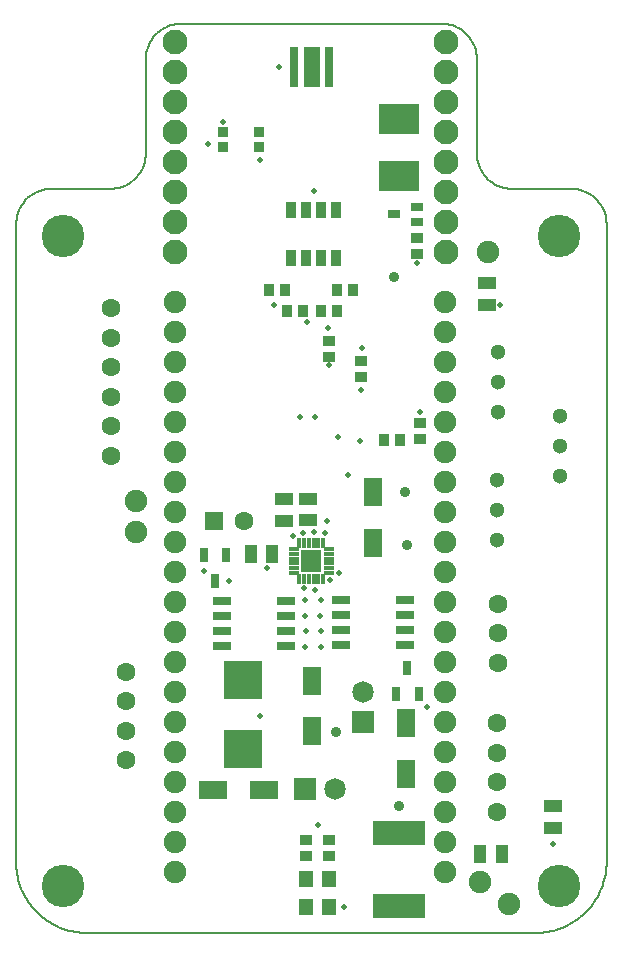
<source format=gts>
G04*
G04 #@! TF.GenerationSoftware,Altium Limited,Altium Designer,21.9.2 (33)*
G04*
G04 Layer_Color=8388736*
%FSLAX44Y44*%
%MOMM*%
G71*
G04*
G04 #@! TF.SameCoordinates,AD09EAA5-2441-452A-AD90-05C7A032265F*
G04*
G04*
G04 #@! TF.FilePolarity,Negative*
G04*
G01*
G75*
%ADD18C,0.2032*%
%ADD39R,1.5000X1.1000*%
%ADD40R,0.8500X0.3000*%
%ADD41R,0.3000X0.8500*%
%ADD42R,1.6900X1.8500*%
%ADD43R,1.1000X1.5000*%
%ADD44R,0.9000X0.9000*%
%ADD45R,0.9000X1.0500*%
%ADD46R,1.0500X0.9000*%
%ADD47R,3.5000X2.5000*%
%ADD48R,1.0000X0.8000*%
%ADD49R,0.8000X3.4000*%
%ADD50R,1.4000X3.4000*%
%ADD51R,0.8600X1.3700*%
%ADD52R,0.7000X1.1500*%
%ADD53R,4.4000X2.1000*%
%ADD54R,2.4500X1.6500*%
%ADD55R,1.2000X1.3500*%
%ADD56R,1.6500X2.4500*%
%ADD57R,1.6250X0.7500*%
%ADD58R,3.2000X3.2000*%
%ADD59C,1.6000*%
%ADD60C,1.9000*%
%ADD61C,2.1000*%
%ADD62C,3.6000*%
%ADD63C,1.3000*%
%ADD64R,1.6000X1.6000*%
%ADD65R,1.8250X1.8250*%
%ADD66C,1.8250*%
%ADD67R,1.8250X1.8250*%
%ADD68C,0.5000*%
%ADD69C,0.9000*%
D18*
X390089Y660060D02*
X390191Y657577D01*
X390499Y655111D01*
X391009Y652679D01*
X391718Y650297D01*
X392621Y647982D01*
X393713Y645749D01*
X394985Y643614D01*
X396429Y641592D01*
X398035Y639695D01*
X399793Y637938D01*
X401689Y636332D01*
X403712Y634888D01*
X405846Y633616D01*
X408079Y632524D01*
X410394Y631621D01*
X412776Y630912D01*
X415209Y630402D01*
X417675Y630094D01*
X420158Y629991D01*
X390089Y739965D02*
X389986Y742447D01*
X389679Y744912D01*
X389169Y747344D01*
X388460Y749725D01*
X387557Y752039D01*
X386466Y754271D01*
X385194Y756405D01*
X383751Y758427D01*
X382145Y760323D01*
X380388Y762080D01*
X378493Y763685D01*
X376471Y765129D01*
X374337Y766401D01*
X372105Y767492D01*
X369790Y768395D01*
X367409Y769104D01*
X364978Y769613D01*
X362513Y769921D01*
X360030Y770023D01*
X439985Y-0D02*
X442533Y54D01*
X445075Y216D01*
X447609Y486D01*
X450129Y863D01*
X452630Y1347D01*
X455109Y1936D01*
X457560Y2630D01*
X459980Y3428D01*
X462364Y4328D01*
X464707Y5328D01*
X467006Y6426D01*
X469256Y7621D01*
X471454Y8911D01*
X473594Y10292D01*
X475674Y11763D01*
X477690Y13322D01*
X479638Y14964D01*
X481515Y16688D01*
X483316Y18489D01*
X485040Y20366D01*
X486682Y22313D01*
X488240Y24329D01*
X489711Y26409D01*
X491093Y28550D01*
X492382Y30747D01*
X493577Y32998D01*
X494676Y35296D01*
X495676Y37640D01*
X496575Y40024D01*
X497373Y42443D01*
X498067Y44895D01*
X498657Y47373D01*
X499141Y49875D01*
X499518Y52395D01*
X499788Y54928D01*
X499950Y57471D01*
X500004Y60018D01*
X500004Y599990D02*
X499901Y602468D01*
X499594Y604928D01*
X499086Y607355D01*
X498378Y609732D01*
X497477Y612042D01*
X496387Y614270D01*
X495118Y616400D01*
X493677Y618418D01*
X492075Y620310D01*
X490321Y622063D01*
X488429Y623666D01*
X486411Y625107D01*
X484280Y626376D01*
X482052Y627465D01*
X479742Y628366D01*
X477366Y629074D01*
X474939Y629583D01*
X472478Y629889D01*
X470000Y629991D01*
X140077Y770023D02*
X137592Y769921D01*
X135125Y769613D01*
X132691Y769103D01*
X130307Y768393D01*
X127991Y767489D01*
X125756Y766397D01*
X123620Y765124D01*
X121596Y763679D01*
X119698Y762072D01*
X117940Y760313D01*
X116333Y758415D01*
X114888Y756391D01*
X113615Y754255D01*
X112522Y752021D01*
X111618Y749704D01*
X110909Y747321D01*
X110398Y744887D01*
X110091Y742419D01*
X109988Y739934D01*
X79970Y629991D02*
X82449Y630094D01*
X84911Y630401D01*
X87339Y630910D01*
X89717Y631618D01*
X92028Y632520D01*
X94257Y633610D01*
X96389Y634879D01*
X98408Y636321D01*
X100301Y637924D01*
X102055Y639679D01*
X103659Y641572D01*
X105100Y643591D01*
X106370Y645723D01*
X107460Y647951D01*
X108362Y650263D01*
X109070Y652640D01*
X109579Y655069D01*
X109886Y657531D01*
X109988Y660009D01*
X0Y59992D02*
X54Y57446D01*
X216Y54904D01*
X486Y52372D01*
X863Y49853D01*
X1347Y47353D01*
X1936Y44875D01*
X2630Y42425D01*
X3427Y40006D01*
X4326Y37624D01*
X5326Y35281D01*
X6424Y32983D01*
X7618Y30734D01*
X8907Y28538D01*
X10288Y26398D01*
X11759Y24319D01*
X13316Y22304D01*
X14958Y20357D01*
X16681Y18481D01*
X18481Y16680D01*
X20357Y14957D01*
X22304Y13316D01*
X24319Y11758D01*
X26398Y10288D01*
X28538Y8907D01*
X30735Y7618D01*
X32984Y6423D01*
X35282Y5325D01*
X37624Y4326D01*
X40007Y3427D01*
X42425Y2629D01*
X44876Y1936D01*
X47353Y1346D01*
X49854Y863D01*
X52372Y486D01*
X54905Y216D01*
X57446Y54D01*
X59992Y-0D01*
X30084Y629991D02*
X27599Y629889D01*
X25132Y629581D01*
X22699Y629071D01*
X20316Y628361D01*
X17999Y627458D01*
X15766Y626366D01*
X13630Y625093D01*
X11606Y623648D01*
X9709Y622041D01*
X7951Y620283D01*
X6344Y618386D01*
X4899Y616362D01*
X3626Y614226D01*
X2534Y611992D01*
X1630Y609676D01*
X921Y607293D01*
X410Y604859D01*
X103Y602392D01*
X0Y599908D01*
X390089Y660061D02*
Y739965D01*
X140077Y770023D02*
X360030D01*
X500004Y60019D02*
Y599988D01*
X420158Y629991D02*
X470000D01*
X109988Y660009D02*
Y739934D01*
X30084Y629991D02*
X79970D01*
X59993Y-0D02*
X439985D01*
X0Y59992D02*
Y599908D01*
D39*
X454444Y107552D02*
D03*
Y89052D02*
D03*
X398713Y531441D02*
D03*
Y549941D02*
D03*
X227254Y367606D02*
D03*
Y349106D02*
D03*
X247253Y367759D02*
D03*
Y349259D02*
D03*
D40*
X235000Y325000D02*
D03*
Y321000D02*
D03*
Y317000D02*
D03*
Y313000D02*
D03*
Y309000D02*
D03*
Y305000D02*
D03*
X265000D02*
D03*
Y309000D02*
D03*
Y313000D02*
D03*
Y317000D02*
D03*
Y321000D02*
D03*
Y325000D02*
D03*
D41*
X240000Y300000D02*
D03*
X244000D02*
D03*
X248000D02*
D03*
X252000D02*
D03*
X256000D02*
D03*
X260000D02*
D03*
Y330000D02*
D03*
X256000D02*
D03*
X252000D02*
D03*
X248000D02*
D03*
X244000D02*
D03*
X240000D02*
D03*
D42*
X250000Y315000D02*
D03*
D43*
X198530Y321089D02*
D03*
X217030D02*
D03*
X411093Y66729D02*
D03*
X392593D02*
D03*
D44*
X175036Y678305D02*
D03*
Y665305D02*
D03*
X206036D02*
D03*
Y678305D02*
D03*
D45*
X325103Y417387D02*
D03*
X311603D02*
D03*
X271559Y544429D02*
D03*
X285059D02*
D03*
X227859Y544339D02*
D03*
X214359D02*
D03*
X257896Y526833D02*
D03*
X271397D02*
D03*
X243253D02*
D03*
X229753D02*
D03*
D46*
X341724Y431522D02*
D03*
Y418022D02*
D03*
X339440Y574905D02*
D03*
Y588405D02*
D03*
X265104Y487365D02*
D03*
Y500865D02*
D03*
X292274Y470940D02*
D03*
Y484440D02*
D03*
X245253Y65552D02*
D03*
Y79052D02*
D03*
X265253Y65552D02*
D03*
Y79052D02*
D03*
D47*
X324368Y688870D02*
D03*
Y640870D02*
D03*
D48*
X339401Y615031D02*
D03*
Y602031D02*
D03*
X320401Y608531D02*
D03*
D49*
X265249Y733184D02*
D03*
X235249D02*
D03*
D50*
X250249D02*
D03*
D51*
X271296Y612447D02*
D03*
X258596D02*
D03*
X245896D02*
D03*
X233196D02*
D03*
Y571447D02*
D03*
X245896D02*
D03*
X258596D02*
D03*
X271296D02*
D03*
D52*
X321924Y202610D02*
D03*
X340924D02*
D03*
X331424Y224610D02*
D03*
X168645Y298095D02*
D03*
X159145Y320095D02*
D03*
X178145D02*
D03*
D53*
X324154Y84476D02*
D03*
Y22476D02*
D03*
D54*
X166777Y121122D02*
D03*
X209777D02*
D03*
D55*
X245253Y22302D02*
D03*
Y45802D02*
D03*
X265253Y22302D02*
D03*
Y45802D02*
D03*
D56*
X250875Y170684D02*
D03*
Y213684D02*
D03*
X330369Y134499D02*
D03*
Y177499D02*
D03*
X301941Y373403D02*
D03*
Y330403D02*
D03*
D57*
X174648Y280782D02*
D03*
Y268082D02*
D03*
Y255382D02*
D03*
Y242682D02*
D03*
X228889D02*
D03*
Y255382D02*
D03*
Y268082D02*
D03*
Y280782D02*
D03*
X329421Y243593D02*
D03*
Y256293D02*
D03*
Y268993D02*
D03*
Y281693D02*
D03*
X275181D02*
D03*
Y268993D02*
D03*
Y256293D02*
D03*
Y243593D02*
D03*
D58*
X192090Y213815D02*
D03*
Y155815D02*
D03*
D59*
X407313Y102798D02*
D03*
Y127798D02*
D03*
Y152798D02*
D03*
Y177798D02*
D03*
X80400Y529134D02*
D03*
Y504134D02*
D03*
Y479134D02*
D03*
Y454134D02*
D03*
Y429134D02*
D03*
Y404134D02*
D03*
X193146Y348920D02*
D03*
X92819Y196377D02*
D03*
Y171377D02*
D03*
Y221377D02*
D03*
Y146377D02*
D03*
X408378Y228738D02*
D03*
Y253738D02*
D03*
Y278738D02*
D03*
D60*
X134425Y52023D02*
D03*
Y77423D02*
D03*
Y102823D02*
D03*
Y128223D02*
D03*
Y153623D02*
D03*
Y179023D02*
D03*
Y204423D02*
D03*
Y229823D02*
D03*
Y255223D02*
D03*
Y280623D02*
D03*
Y306023D02*
D03*
Y331423D02*
D03*
Y356823D02*
D03*
Y382223D02*
D03*
Y407623D02*
D03*
Y433023D02*
D03*
Y458423D02*
D03*
Y483823D02*
D03*
Y509223D02*
D03*
Y534623D02*
D03*
X363025Y52023D02*
D03*
Y77423D02*
D03*
Y102823D02*
D03*
Y128223D02*
D03*
Y153623D02*
D03*
Y179023D02*
D03*
Y204423D02*
D03*
Y229823D02*
D03*
Y255223D02*
D03*
Y280623D02*
D03*
Y306023D02*
D03*
Y331423D02*
D03*
Y356823D02*
D03*
Y382223D02*
D03*
Y407623D02*
D03*
Y433023D02*
D03*
Y458423D02*
D03*
Y483823D02*
D03*
Y509223D02*
D03*
Y534623D02*
D03*
X399544Y576305D02*
D03*
X101414Y339476D02*
D03*
X101831Y365561D02*
D03*
X392592Y43041D02*
D03*
X417421Y24962D02*
D03*
D61*
X134175Y576247D02*
D03*
Y601647D02*
D03*
Y627048D02*
D03*
Y652448D02*
D03*
Y677848D02*
D03*
Y703248D02*
D03*
Y728648D02*
D03*
Y754047D02*
D03*
X364175Y576247D02*
D03*
Y601647D02*
D03*
Y627048D02*
D03*
Y652448D02*
D03*
Y677848D02*
D03*
Y703248D02*
D03*
Y728648D02*
D03*
Y754047D02*
D03*
D62*
X460000Y590000D02*
D03*
Y40000D02*
D03*
X40000D02*
D03*
Y590000D02*
D03*
D63*
X408118Y492137D02*
D03*
Y466737D02*
D03*
Y441337D02*
D03*
X460197Y437617D02*
D03*
Y412217D02*
D03*
Y386818D02*
D03*
X406998Y383378D02*
D03*
Y357978D02*
D03*
Y332578D02*
D03*
D64*
X167746Y348920D02*
D03*
D65*
X244554Y121714D02*
D03*
D66*
X269954D02*
D03*
X293894Y204235D02*
D03*
D67*
Y178835D02*
D03*
D68*
X454522Y75758D02*
D03*
X234351Y336451D02*
D03*
X280783Y387694D02*
D03*
X272246Y419606D02*
D03*
X212320Y308712D02*
D03*
X222713Y733358D02*
D03*
X175036Y686748D02*
D03*
X339724Y566945D02*
D03*
X410083Y531838D02*
D03*
X341849Y440846D02*
D03*
X246714Y517529D02*
D03*
X206450Y183876D02*
D03*
X206372Y654220D02*
D03*
X159117Y306746D02*
D03*
X348262Y191717D02*
D03*
X218535Y531541D02*
D03*
X292636Y495578D02*
D03*
X264495Y511921D02*
D03*
X263566Y348566D02*
D03*
X252726Y290644D02*
D03*
X243846Y292111D02*
D03*
X240609Y437005D02*
D03*
X179891Y297985D02*
D03*
X273033Y305043D02*
D03*
X265458Y299177D02*
D03*
X261265Y339024D02*
D03*
X243265Y339017D02*
D03*
X252265Y339092D02*
D03*
X291596Y416451D02*
D03*
X162331Y668090D02*
D03*
X292301Y459389D02*
D03*
X265240Y480751D02*
D03*
X277683Y22387D02*
D03*
X252938Y437248D02*
D03*
X252409Y628206D02*
D03*
X255791Y91720D02*
D03*
X257659Y268647D02*
D03*
X244829Y268380D02*
D03*
X258193Y241918D02*
D03*
Y255817D02*
D03*
X257926Y281611D02*
D03*
X244829D02*
D03*
X245096Y255684D02*
D03*
X244718Y242195D02*
D03*
D69*
X324484Y107214D02*
D03*
X319781Y555761D02*
D03*
X329400Y373036D02*
D03*
X271189Y170354D02*
D03*
X330876Y328287D02*
D03*
M02*

</source>
